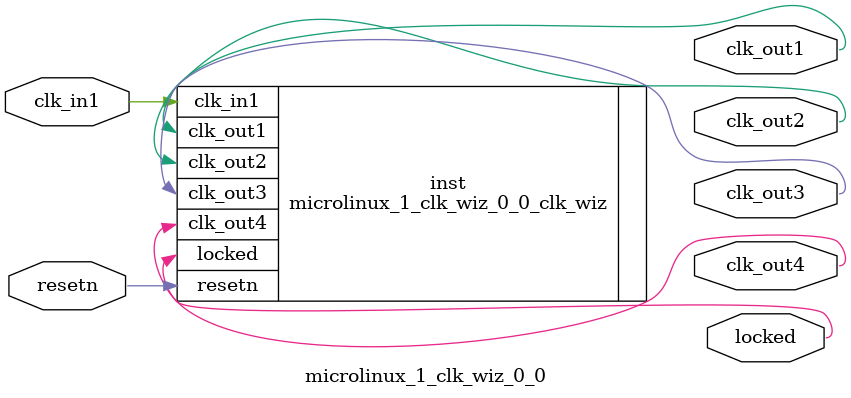
<source format=v>


`timescale 1ps/1ps

(* CORE_GENERATION_INFO = "microlinux_1_clk_wiz_0_0,clk_wiz_v6_0_10_0_0,{component_name=microlinux_1_clk_wiz_0_0,use_phase_alignment=true,use_min_o_jitter=false,use_max_i_jitter=false,use_dyn_phase_shift=false,use_inclk_switchover=false,use_dyn_reconfig=false,enable_axi=0,feedback_source=FDBK_AUTO,PRIMITIVE=MMCM,num_out_clk=4,clkin1_period=10.000,clkin2_period=10.000,use_power_down=false,use_reset=true,use_locked=true,use_inclk_stopped=false,feedback_type=SINGLE,CLOCK_MGR_TYPE=NA,manual_override=false}" *)

module microlinux_1_clk_wiz_0_0 
 (
  // Clock out ports
  output        clk_out1,
  output        clk_out2,
  output        clk_out3,
  output        clk_out4,
  // Status and control signals
  input         resetn,
  output        locked,
 // Clock in ports
  input         clk_in1
 );

  microlinux_1_clk_wiz_0_0_clk_wiz inst
  (
  // Clock out ports  
  .clk_out1(clk_out1),
  .clk_out2(clk_out2),
  .clk_out3(clk_out3),
  .clk_out4(clk_out4),
  // Status and control signals               
  .resetn(resetn), 
  .locked(locked),
 // Clock in ports
  .clk_in1(clk_in1)
  );

endmodule

</source>
